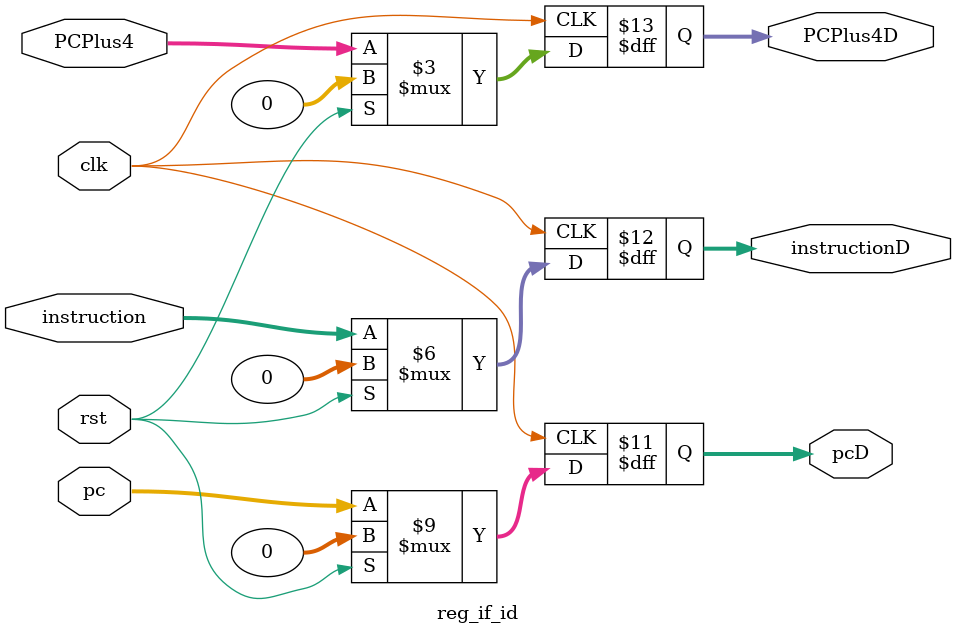
<source format=v>
`timescale 1ns / 1ps


module reg_if_id(
	input  wire clk,
	input  wire rst,
	input  wire [31:0] pc,
	input  wire [31:0]instruction,
	input  wire [31:0] PCPlus4,
	//input  wire br,
	output reg  [31:0] pcD,
	output reg  [31:0] instructionD,
	output reg  [31:0] PCPlus4D
);

	always @ (posedge clk) begin
		if (rst) begin
			pcD   <= 0;
			instructionD <= 0;
			PCPlus4D <= 0;
		end 
		else 
		begin
			pcD   <= pc;
			instructionD <= instruction;
			PCPlus4D <= PCPlus4;
		end
	end
endmodule

</source>
